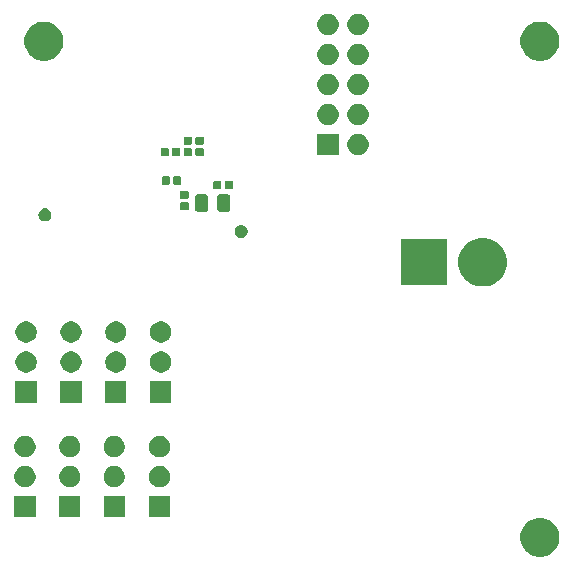
<source format=gbs>
G04 #@! TF.GenerationSoftware,KiCad,Pcbnew,5.1.6*
G04 #@! TF.CreationDate,2020-08-22T22:17:50-04:00*
G04 #@! TF.ProjectId,ball-spider,62616c6c-2d73-4706-9964-65722e6b6963,rev?*
G04 #@! TF.SameCoordinates,Original*
G04 #@! TF.FileFunction,Soldermask,Bot*
G04 #@! TF.FilePolarity,Negative*
%FSLAX46Y46*%
G04 Gerber Fmt 4.6, Leading zero omitted, Abs format (unit mm)*
G04 Created by KiCad (PCBNEW 5.1.6) date 2020-08-22 22:17:50*
%MOMM*%
%LPD*%
G01*
G04 APERTURE LIST*
%ADD10C,0.100000*%
G04 APERTURE END LIST*
D10*
G36*
X77481521Y-130412639D02*
G01*
X77781947Y-130537080D01*
X78052324Y-130717740D01*
X78282260Y-130947676D01*
X78462920Y-131218053D01*
X78587361Y-131518479D01*
X78650800Y-131837410D01*
X78650800Y-132162590D01*
X78587361Y-132481521D01*
X78462920Y-132781947D01*
X78282260Y-133052324D01*
X78052324Y-133282260D01*
X77781947Y-133462920D01*
X77481521Y-133587361D01*
X77162590Y-133650800D01*
X76837410Y-133650800D01*
X76518479Y-133587361D01*
X76218053Y-133462920D01*
X75947676Y-133282260D01*
X75717740Y-133052324D01*
X75537080Y-132781947D01*
X75412639Y-132481521D01*
X75349200Y-132162590D01*
X75349200Y-131837410D01*
X75412639Y-131518479D01*
X75537080Y-131218053D01*
X75717740Y-130947676D01*
X75947676Y-130717740D01*
X76218053Y-130537080D01*
X76518479Y-130412639D01*
X76837410Y-130349200D01*
X77162590Y-130349200D01*
X77481521Y-130412639D01*
G37*
G36*
X45700800Y-130300800D02*
G01*
X43899200Y-130300800D01*
X43899200Y-128499200D01*
X45700800Y-128499200D01*
X45700800Y-130300800D01*
G37*
G36*
X38100800Y-130300800D02*
G01*
X36299200Y-130300800D01*
X36299200Y-128499200D01*
X38100800Y-128499200D01*
X38100800Y-130300800D01*
G37*
G36*
X41860800Y-130300800D02*
G01*
X40059200Y-130300800D01*
X40059200Y-128499200D01*
X41860800Y-128499200D01*
X41860800Y-130300800D01*
G37*
G36*
X34300800Y-130300800D02*
G01*
X32499200Y-130300800D01*
X32499200Y-128499200D01*
X34300800Y-128499200D01*
X34300800Y-130300800D01*
G37*
G36*
X33662754Y-125993817D02*
G01*
X33826689Y-126061721D01*
X33974227Y-126160303D01*
X34099697Y-126285773D01*
X34198279Y-126433311D01*
X34266183Y-126597246D01*
X34300800Y-126771279D01*
X34300800Y-126948721D01*
X34266183Y-127122754D01*
X34198279Y-127286689D01*
X34099697Y-127434227D01*
X33974227Y-127559697D01*
X33826689Y-127658279D01*
X33662754Y-127726183D01*
X33488721Y-127760800D01*
X33311279Y-127760800D01*
X33137246Y-127726183D01*
X32973311Y-127658279D01*
X32825773Y-127559697D01*
X32700303Y-127434227D01*
X32601721Y-127286689D01*
X32533817Y-127122754D01*
X32499200Y-126948721D01*
X32499200Y-126771279D01*
X32533817Y-126597246D01*
X32601721Y-126433311D01*
X32700303Y-126285773D01*
X32825773Y-126160303D01*
X32973311Y-126061721D01*
X33137246Y-125993817D01*
X33311279Y-125959200D01*
X33488721Y-125959200D01*
X33662754Y-125993817D01*
G37*
G36*
X41222754Y-125993817D02*
G01*
X41386689Y-126061721D01*
X41534227Y-126160303D01*
X41659697Y-126285773D01*
X41758279Y-126433311D01*
X41826183Y-126597246D01*
X41860800Y-126771279D01*
X41860800Y-126948721D01*
X41826183Y-127122754D01*
X41758279Y-127286689D01*
X41659697Y-127434227D01*
X41534227Y-127559697D01*
X41386689Y-127658279D01*
X41222754Y-127726183D01*
X41048721Y-127760800D01*
X40871279Y-127760800D01*
X40697246Y-127726183D01*
X40533311Y-127658279D01*
X40385773Y-127559697D01*
X40260303Y-127434227D01*
X40161721Y-127286689D01*
X40093817Y-127122754D01*
X40059200Y-126948721D01*
X40059200Y-126771279D01*
X40093817Y-126597246D01*
X40161721Y-126433311D01*
X40260303Y-126285773D01*
X40385773Y-126160303D01*
X40533311Y-126061721D01*
X40697246Y-125993817D01*
X40871279Y-125959200D01*
X41048721Y-125959200D01*
X41222754Y-125993817D01*
G37*
G36*
X37462754Y-125993817D02*
G01*
X37626689Y-126061721D01*
X37774227Y-126160303D01*
X37899697Y-126285773D01*
X37998279Y-126433311D01*
X38066183Y-126597246D01*
X38100800Y-126771279D01*
X38100800Y-126948721D01*
X38066183Y-127122754D01*
X37998279Y-127286689D01*
X37899697Y-127434227D01*
X37774227Y-127559697D01*
X37626689Y-127658279D01*
X37462754Y-127726183D01*
X37288721Y-127760800D01*
X37111279Y-127760800D01*
X36937246Y-127726183D01*
X36773311Y-127658279D01*
X36625773Y-127559697D01*
X36500303Y-127434227D01*
X36401721Y-127286689D01*
X36333817Y-127122754D01*
X36299200Y-126948721D01*
X36299200Y-126771279D01*
X36333817Y-126597246D01*
X36401721Y-126433311D01*
X36500303Y-126285773D01*
X36625773Y-126160303D01*
X36773311Y-126061721D01*
X36937246Y-125993817D01*
X37111279Y-125959200D01*
X37288721Y-125959200D01*
X37462754Y-125993817D01*
G37*
G36*
X45062754Y-125993817D02*
G01*
X45226689Y-126061721D01*
X45374227Y-126160303D01*
X45499697Y-126285773D01*
X45598279Y-126433311D01*
X45666183Y-126597246D01*
X45700800Y-126771279D01*
X45700800Y-126948721D01*
X45666183Y-127122754D01*
X45598279Y-127286689D01*
X45499697Y-127434227D01*
X45374227Y-127559697D01*
X45226689Y-127658279D01*
X45062754Y-127726183D01*
X44888721Y-127760800D01*
X44711279Y-127760800D01*
X44537246Y-127726183D01*
X44373311Y-127658279D01*
X44225773Y-127559697D01*
X44100303Y-127434227D01*
X44001721Y-127286689D01*
X43933817Y-127122754D01*
X43899200Y-126948721D01*
X43899200Y-126771279D01*
X43933817Y-126597246D01*
X44001721Y-126433311D01*
X44100303Y-126285773D01*
X44225773Y-126160303D01*
X44373311Y-126061721D01*
X44537246Y-125993817D01*
X44711279Y-125959200D01*
X44888721Y-125959200D01*
X45062754Y-125993817D01*
G37*
G36*
X45062754Y-123453817D02*
G01*
X45226689Y-123521721D01*
X45374227Y-123620303D01*
X45499697Y-123745773D01*
X45598279Y-123893311D01*
X45666183Y-124057246D01*
X45700800Y-124231279D01*
X45700800Y-124408721D01*
X45666183Y-124582754D01*
X45598279Y-124746689D01*
X45499697Y-124894227D01*
X45374227Y-125019697D01*
X45226689Y-125118279D01*
X45062754Y-125186183D01*
X44888721Y-125220800D01*
X44711279Y-125220800D01*
X44537246Y-125186183D01*
X44373311Y-125118279D01*
X44225773Y-125019697D01*
X44100303Y-124894227D01*
X44001721Y-124746689D01*
X43933817Y-124582754D01*
X43899200Y-124408721D01*
X43899200Y-124231279D01*
X43933817Y-124057246D01*
X44001721Y-123893311D01*
X44100303Y-123745773D01*
X44225773Y-123620303D01*
X44373311Y-123521721D01*
X44537246Y-123453817D01*
X44711279Y-123419200D01*
X44888721Y-123419200D01*
X45062754Y-123453817D01*
G37*
G36*
X37462754Y-123453817D02*
G01*
X37626689Y-123521721D01*
X37774227Y-123620303D01*
X37899697Y-123745773D01*
X37998279Y-123893311D01*
X38066183Y-124057246D01*
X38100800Y-124231279D01*
X38100800Y-124408721D01*
X38066183Y-124582754D01*
X37998279Y-124746689D01*
X37899697Y-124894227D01*
X37774227Y-125019697D01*
X37626689Y-125118279D01*
X37462754Y-125186183D01*
X37288721Y-125220800D01*
X37111279Y-125220800D01*
X36937246Y-125186183D01*
X36773311Y-125118279D01*
X36625773Y-125019697D01*
X36500303Y-124894227D01*
X36401721Y-124746689D01*
X36333817Y-124582754D01*
X36299200Y-124408721D01*
X36299200Y-124231279D01*
X36333817Y-124057246D01*
X36401721Y-123893311D01*
X36500303Y-123745773D01*
X36625773Y-123620303D01*
X36773311Y-123521721D01*
X36937246Y-123453817D01*
X37111279Y-123419200D01*
X37288721Y-123419200D01*
X37462754Y-123453817D01*
G37*
G36*
X41222754Y-123453817D02*
G01*
X41386689Y-123521721D01*
X41534227Y-123620303D01*
X41659697Y-123745773D01*
X41758279Y-123893311D01*
X41826183Y-124057246D01*
X41860800Y-124231279D01*
X41860800Y-124408721D01*
X41826183Y-124582754D01*
X41758279Y-124746689D01*
X41659697Y-124894227D01*
X41534227Y-125019697D01*
X41386689Y-125118279D01*
X41222754Y-125186183D01*
X41048721Y-125220800D01*
X40871279Y-125220800D01*
X40697246Y-125186183D01*
X40533311Y-125118279D01*
X40385773Y-125019697D01*
X40260303Y-124894227D01*
X40161721Y-124746689D01*
X40093817Y-124582754D01*
X40059200Y-124408721D01*
X40059200Y-124231279D01*
X40093817Y-124057246D01*
X40161721Y-123893311D01*
X40260303Y-123745773D01*
X40385773Y-123620303D01*
X40533311Y-123521721D01*
X40697246Y-123453817D01*
X40871279Y-123419200D01*
X41048721Y-123419200D01*
X41222754Y-123453817D01*
G37*
G36*
X33662754Y-123453817D02*
G01*
X33826689Y-123521721D01*
X33974227Y-123620303D01*
X34099697Y-123745773D01*
X34198279Y-123893311D01*
X34266183Y-124057246D01*
X34300800Y-124231279D01*
X34300800Y-124408721D01*
X34266183Y-124582754D01*
X34198279Y-124746689D01*
X34099697Y-124894227D01*
X33974227Y-125019697D01*
X33826689Y-125118279D01*
X33662754Y-125186183D01*
X33488721Y-125220800D01*
X33311279Y-125220800D01*
X33137246Y-125186183D01*
X32973311Y-125118279D01*
X32825773Y-125019697D01*
X32700303Y-124894227D01*
X32601721Y-124746689D01*
X32533817Y-124582754D01*
X32499200Y-124408721D01*
X32499200Y-124231279D01*
X32533817Y-124057246D01*
X32601721Y-123893311D01*
X32700303Y-123745773D01*
X32825773Y-123620303D01*
X32973311Y-123521721D01*
X33137246Y-123453817D01*
X33311279Y-123419200D01*
X33488721Y-123419200D01*
X33662754Y-123453817D01*
G37*
G36*
X45800800Y-120600800D02*
G01*
X43999200Y-120600800D01*
X43999200Y-118799200D01*
X45800800Y-118799200D01*
X45800800Y-120600800D01*
G37*
G36*
X34400800Y-120600800D02*
G01*
X32599200Y-120600800D01*
X32599200Y-118799200D01*
X34400800Y-118799200D01*
X34400800Y-120600800D01*
G37*
G36*
X38200800Y-120600800D02*
G01*
X36399200Y-120600800D01*
X36399200Y-118799200D01*
X38200800Y-118799200D01*
X38200800Y-120600800D01*
G37*
G36*
X42000800Y-120600800D02*
G01*
X40199200Y-120600800D01*
X40199200Y-118799200D01*
X42000800Y-118799200D01*
X42000800Y-120600800D01*
G37*
G36*
X45162754Y-116293817D02*
G01*
X45326689Y-116361721D01*
X45474227Y-116460303D01*
X45599697Y-116585773D01*
X45698279Y-116733311D01*
X45766183Y-116897246D01*
X45800800Y-117071279D01*
X45800800Y-117248721D01*
X45766183Y-117422754D01*
X45698279Y-117586689D01*
X45599697Y-117734227D01*
X45474227Y-117859697D01*
X45326689Y-117958279D01*
X45162754Y-118026183D01*
X44988721Y-118060800D01*
X44811279Y-118060800D01*
X44637246Y-118026183D01*
X44473311Y-117958279D01*
X44325773Y-117859697D01*
X44200303Y-117734227D01*
X44101721Y-117586689D01*
X44033817Y-117422754D01*
X43999200Y-117248721D01*
X43999200Y-117071279D01*
X44033817Y-116897246D01*
X44101721Y-116733311D01*
X44200303Y-116585773D01*
X44325773Y-116460303D01*
X44473311Y-116361721D01*
X44637246Y-116293817D01*
X44811279Y-116259200D01*
X44988721Y-116259200D01*
X45162754Y-116293817D01*
G37*
G36*
X41362754Y-116293817D02*
G01*
X41526689Y-116361721D01*
X41674227Y-116460303D01*
X41799697Y-116585773D01*
X41898279Y-116733311D01*
X41966183Y-116897246D01*
X42000800Y-117071279D01*
X42000800Y-117248721D01*
X41966183Y-117422754D01*
X41898279Y-117586689D01*
X41799697Y-117734227D01*
X41674227Y-117859697D01*
X41526689Y-117958279D01*
X41362754Y-118026183D01*
X41188721Y-118060800D01*
X41011279Y-118060800D01*
X40837246Y-118026183D01*
X40673311Y-117958279D01*
X40525773Y-117859697D01*
X40400303Y-117734227D01*
X40301721Y-117586689D01*
X40233817Y-117422754D01*
X40199200Y-117248721D01*
X40199200Y-117071279D01*
X40233817Y-116897246D01*
X40301721Y-116733311D01*
X40400303Y-116585773D01*
X40525773Y-116460303D01*
X40673311Y-116361721D01*
X40837246Y-116293817D01*
X41011279Y-116259200D01*
X41188721Y-116259200D01*
X41362754Y-116293817D01*
G37*
G36*
X37562754Y-116293817D02*
G01*
X37726689Y-116361721D01*
X37874227Y-116460303D01*
X37999697Y-116585773D01*
X38098279Y-116733311D01*
X38166183Y-116897246D01*
X38200800Y-117071279D01*
X38200800Y-117248721D01*
X38166183Y-117422754D01*
X38098279Y-117586689D01*
X37999697Y-117734227D01*
X37874227Y-117859697D01*
X37726689Y-117958279D01*
X37562754Y-118026183D01*
X37388721Y-118060800D01*
X37211279Y-118060800D01*
X37037246Y-118026183D01*
X36873311Y-117958279D01*
X36725773Y-117859697D01*
X36600303Y-117734227D01*
X36501721Y-117586689D01*
X36433817Y-117422754D01*
X36399200Y-117248721D01*
X36399200Y-117071279D01*
X36433817Y-116897246D01*
X36501721Y-116733311D01*
X36600303Y-116585773D01*
X36725773Y-116460303D01*
X36873311Y-116361721D01*
X37037246Y-116293817D01*
X37211279Y-116259200D01*
X37388721Y-116259200D01*
X37562754Y-116293817D01*
G37*
G36*
X33762754Y-116293817D02*
G01*
X33926689Y-116361721D01*
X34074227Y-116460303D01*
X34199697Y-116585773D01*
X34298279Y-116733311D01*
X34366183Y-116897246D01*
X34400800Y-117071279D01*
X34400800Y-117248721D01*
X34366183Y-117422754D01*
X34298279Y-117586689D01*
X34199697Y-117734227D01*
X34074227Y-117859697D01*
X33926689Y-117958279D01*
X33762754Y-118026183D01*
X33588721Y-118060800D01*
X33411279Y-118060800D01*
X33237246Y-118026183D01*
X33073311Y-117958279D01*
X32925773Y-117859697D01*
X32800303Y-117734227D01*
X32701721Y-117586689D01*
X32633817Y-117422754D01*
X32599200Y-117248721D01*
X32599200Y-117071279D01*
X32633817Y-116897246D01*
X32701721Y-116733311D01*
X32800303Y-116585773D01*
X32925773Y-116460303D01*
X33073311Y-116361721D01*
X33237246Y-116293817D01*
X33411279Y-116259200D01*
X33588721Y-116259200D01*
X33762754Y-116293817D01*
G37*
G36*
X45162754Y-113753817D02*
G01*
X45326689Y-113821721D01*
X45474227Y-113920303D01*
X45599697Y-114045773D01*
X45698279Y-114193311D01*
X45766183Y-114357246D01*
X45800800Y-114531279D01*
X45800800Y-114708721D01*
X45766183Y-114882754D01*
X45698279Y-115046689D01*
X45599697Y-115194227D01*
X45474227Y-115319697D01*
X45326689Y-115418279D01*
X45162754Y-115486183D01*
X44988721Y-115520800D01*
X44811279Y-115520800D01*
X44637246Y-115486183D01*
X44473311Y-115418279D01*
X44325773Y-115319697D01*
X44200303Y-115194227D01*
X44101721Y-115046689D01*
X44033817Y-114882754D01*
X43999200Y-114708721D01*
X43999200Y-114531279D01*
X44033817Y-114357246D01*
X44101721Y-114193311D01*
X44200303Y-114045773D01*
X44325773Y-113920303D01*
X44473311Y-113821721D01*
X44637246Y-113753817D01*
X44811279Y-113719200D01*
X44988721Y-113719200D01*
X45162754Y-113753817D01*
G37*
G36*
X41362754Y-113753817D02*
G01*
X41526689Y-113821721D01*
X41674227Y-113920303D01*
X41799697Y-114045773D01*
X41898279Y-114193311D01*
X41966183Y-114357246D01*
X42000800Y-114531279D01*
X42000800Y-114708721D01*
X41966183Y-114882754D01*
X41898279Y-115046689D01*
X41799697Y-115194227D01*
X41674227Y-115319697D01*
X41526689Y-115418279D01*
X41362754Y-115486183D01*
X41188721Y-115520800D01*
X41011279Y-115520800D01*
X40837246Y-115486183D01*
X40673311Y-115418279D01*
X40525773Y-115319697D01*
X40400303Y-115194227D01*
X40301721Y-115046689D01*
X40233817Y-114882754D01*
X40199200Y-114708721D01*
X40199200Y-114531279D01*
X40233817Y-114357246D01*
X40301721Y-114193311D01*
X40400303Y-114045773D01*
X40525773Y-113920303D01*
X40673311Y-113821721D01*
X40837246Y-113753817D01*
X41011279Y-113719200D01*
X41188721Y-113719200D01*
X41362754Y-113753817D01*
G37*
G36*
X33762754Y-113753817D02*
G01*
X33926689Y-113821721D01*
X34074227Y-113920303D01*
X34199697Y-114045773D01*
X34298279Y-114193311D01*
X34366183Y-114357246D01*
X34400800Y-114531279D01*
X34400800Y-114708721D01*
X34366183Y-114882754D01*
X34298279Y-115046689D01*
X34199697Y-115194227D01*
X34074227Y-115319697D01*
X33926689Y-115418279D01*
X33762754Y-115486183D01*
X33588721Y-115520800D01*
X33411279Y-115520800D01*
X33237246Y-115486183D01*
X33073311Y-115418279D01*
X32925773Y-115319697D01*
X32800303Y-115194227D01*
X32701721Y-115046689D01*
X32633817Y-114882754D01*
X32599200Y-114708721D01*
X32599200Y-114531279D01*
X32633817Y-114357246D01*
X32701721Y-114193311D01*
X32800303Y-114045773D01*
X32925773Y-113920303D01*
X33073311Y-113821721D01*
X33237246Y-113753817D01*
X33411279Y-113719200D01*
X33588721Y-113719200D01*
X33762754Y-113753817D01*
G37*
G36*
X37562754Y-113753817D02*
G01*
X37726689Y-113821721D01*
X37874227Y-113920303D01*
X37999697Y-114045773D01*
X38098279Y-114193311D01*
X38166183Y-114357246D01*
X38200800Y-114531279D01*
X38200800Y-114708721D01*
X38166183Y-114882754D01*
X38098279Y-115046689D01*
X37999697Y-115194227D01*
X37874227Y-115319697D01*
X37726689Y-115418279D01*
X37562754Y-115486183D01*
X37388721Y-115520800D01*
X37211279Y-115520800D01*
X37037246Y-115486183D01*
X36873311Y-115418279D01*
X36725773Y-115319697D01*
X36600303Y-115194227D01*
X36501721Y-115046689D01*
X36433817Y-114882754D01*
X36399200Y-114708721D01*
X36399200Y-114531279D01*
X36433817Y-114357246D01*
X36501721Y-114193311D01*
X36600303Y-114045773D01*
X36725773Y-113920303D01*
X36873311Y-113821721D01*
X37037246Y-113753817D01*
X37211279Y-113719200D01*
X37388721Y-113719200D01*
X37562754Y-113753817D01*
G37*
G36*
X72758197Y-106738011D02*
G01*
X73131419Y-106892604D01*
X73467310Y-107117040D01*
X73752960Y-107402690D01*
X73977396Y-107738581D01*
X74131989Y-108111803D01*
X74210800Y-108508014D01*
X74210800Y-108911986D01*
X74131989Y-109308197D01*
X73977396Y-109681419D01*
X73752960Y-110017310D01*
X73467310Y-110302960D01*
X73131419Y-110527396D01*
X72758197Y-110681989D01*
X72361986Y-110760800D01*
X71958014Y-110760800D01*
X71561803Y-110681989D01*
X71188581Y-110527396D01*
X70852690Y-110302960D01*
X70567040Y-110017310D01*
X70342604Y-109681419D01*
X70188011Y-109308197D01*
X70109200Y-108911986D01*
X70109200Y-108508014D01*
X70188011Y-108111803D01*
X70342604Y-107738581D01*
X70567040Y-107402690D01*
X70852690Y-107117040D01*
X71188581Y-106892604D01*
X71561803Y-106738011D01*
X71958014Y-106659200D01*
X72361986Y-106659200D01*
X72758197Y-106738011D01*
G37*
G36*
X69110800Y-110660800D02*
G01*
X65209200Y-110660800D01*
X65209200Y-106759200D01*
X69110800Y-106759200D01*
X69110800Y-110660800D01*
G37*
G36*
X51860663Y-105570367D02*
G01*
X51960902Y-105611887D01*
X52051116Y-105672166D01*
X52127834Y-105748884D01*
X52188113Y-105839098D01*
X52229633Y-105939337D01*
X52250800Y-106045751D01*
X52250800Y-106154249D01*
X52229633Y-106260663D01*
X52188113Y-106360902D01*
X52127834Y-106451116D01*
X52051116Y-106527834D01*
X51960902Y-106588113D01*
X51860663Y-106629633D01*
X51754249Y-106650800D01*
X51645751Y-106650800D01*
X51539337Y-106629633D01*
X51439098Y-106588113D01*
X51348884Y-106527834D01*
X51272166Y-106451116D01*
X51211887Y-106360902D01*
X51170367Y-106260663D01*
X51149200Y-106154249D01*
X51149200Y-106045751D01*
X51170367Y-105939337D01*
X51211887Y-105839098D01*
X51272166Y-105748884D01*
X51348884Y-105672166D01*
X51439098Y-105611887D01*
X51539337Y-105570367D01*
X51645751Y-105549200D01*
X51754249Y-105549200D01*
X51860663Y-105570367D01*
G37*
G36*
X35260663Y-104160367D02*
G01*
X35360902Y-104201887D01*
X35451116Y-104262166D01*
X35527834Y-104338884D01*
X35588113Y-104429098D01*
X35629633Y-104529337D01*
X35650800Y-104635751D01*
X35650800Y-104744249D01*
X35629633Y-104850663D01*
X35588113Y-104950902D01*
X35527834Y-105041116D01*
X35451116Y-105117834D01*
X35360902Y-105178113D01*
X35260663Y-105219633D01*
X35154249Y-105240800D01*
X35045751Y-105240800D01*
X34939337Y-105219633D01*
X34839098Y-105178113D01*
X34748884Y-105117834D01*
X34672166Y-105041116D01*
X34611887Y-104950902D01*
X34570367Y-104850663D01*
X34549200Y-104744249D01*
X34549200Y-104635751D01*
X34570367Y-104529337D01*
X34611887Y-104429098D01*
X34672166Y-104338884D01*
X34748884Y-104262166D01*
X34839098Y-104201887D01*
X34939337Y-104160367D01*
X35045751Y-104139200D01*
X35154249Y-104139200D01*
X35260663Y-104160367D01*
G37*
G36*
X50579552Y-102954124D02*
G01*
X50625237Y-102967982D01*
X50667333Y-102990483D01*
X50704234Y-103020766D01*
X50734517Y-103057667D01*
X50757018Y-103099763D01*
X50770876Y-103145448D01*
X50775800Y-103195442D01*
X50775800Y-104204558D01*
X50770876Y-104254552D01*
X50757018Y-104300237D01*
X50734517Y-104342333D01*
X50704234Y-104379234D01*
X50667333Y-104409517D01*
X50625237Y-104432018D01*
X50579552Y-104445876D01*
X50529558Y-104450800D01*
X49945442Y-104450800D01*
X49895448Y-104445876D01*
X49849763Y-104432018D01*
X49807667Y-104409517D01*
X49770766Y-104379234D01*
X49740483Y-104342333D01*
X49717982Y-104300237D01*
X49704124Y-104254552D01*
X49699200Y-104204558D01*
X49699200Y-103195442D01*
X49704124Y-103145448D01*
X49717982Y-103099763D01*
X49740483Y-103057667D01*
X49770766Y-103020766D01*
X49807667Y-102990483D01*
X49849763Y-102967982D01*
X49895448Y-102954124D01*
X49945442Y-102949200D01*
X50529558Y-102949200D01*
X50579552Y-102954124D01*
G37*
G36*
X48704552Y-102954124D02*
G01*
X48750237Y-102967982D01*
X48792333Y-102990483D01*
X48829234Y-103020766D01*
X48859517Y-103057667D01*
X48882018Y-103099763D01*
X48895876Y-103145448D01*
X48900800Y-103195442D01*
X48900800Y-104204558D01*
X48895876Y-104254552D01*
X48882018Y-104300237D01*
X48859517Y-104342333D01*
X48829234Y-104379234D01*
X48792333Y-104409517D01*
X48750237Y-104432018D01*
X48704552Y-104445876D01*
X48654558Y-104450800D01*
X48070442Y-104450800D01*
X48020448Y-104445876D01*
X47974763Y-104432018D01*
X47932667Y-104409517D01*
X47895766Y-104379234D01*
X47865483Y-104342333D01*
X47842982Y-104300237D01*
X47829124Y-104254552D01*
X47824200Y-104204558D01*
X47824200Y-103195442D01*
X47829124Y-103145448D01*
X47842982Y-103099763D01*
X47865483Y-103057667D01*
X47895766Y-103020766D01*
X47932667Y-102990483D01*
X47974763Y-102967982D01*
X48020448Y-102954124D01*
X48070442Y-102949200D01*
X48654558Y-102949200D01*
X48704552Y-102954124D01*
G37*
G36*
X47152027Y-103642275D02*
G01*
X47179650Y-103650654D01*
X47205113Y-103664264D01*
X47227425Y-103682575D01*
X47245736Y-103704887D01*
X47259346Y-103730350D01*
X47267725Y-103757973D01*
X47270800Y-103789191D01*
X47270800Y-104180809D01*
X47267725Y-104212027D01*
X47259346Y-104239650D01*
X47245736Y-104265113D01*
X47227425Y-104287425D01*
X47205113Y-104305736D01*
X47179650Y-104319346D01*
X47152027Y-104327725D01*
X47120809Y-104330800D01*
X46679191Y-104330800D01*
X46647973Y-104327725D01*
X46620350Y-104319346D01*
X46594887Y-104305736D01*
X46572575Y-104287425D01*
X46554264Y-104265113D01*
X46540654Y-104239650D01*
X46532275Y-104212027D01*
X46529200Y-104180809D01*
X46529200Y-103789191D01*
X46532275Y-103757973D01*
X46540654Y-103730350D01*
X46554264Y-103704887D01*
X46572575Y-103682575D01*
X46594887Y-103664264D01*
X46620350Y-103650654D01*
X46647973Y-103642275D01*
X46679191Y-103639200D01*
X47120809Y-103639200D01*
X47152027Y-103642275D01*
G37*
G36*
X47152027Y-102672275D02*
G01*
X47179650Y-102680654D01*
X47205113Y-102694264D01*
X47227425Y-102712575D01*
X47245736Y-102734887D01*
X47259346Y-102760350D01*
X47267725Y-102787973D01*
X47270800Y-102819191D01*
X47270800Y-103210809D01*
X47267725Y-103242027D01*
X47259346Y-103269650D01*
X47245736Y-103295113D01*
X47227425Y-103317425D01*
X47205113Y-103335736D01*
X47179650Y-103349346D01*
X47152027Y-103357725D01*
X47120809Y-103360800D01*
X46679191Y-103360800D01*
X46647973Y-103357725D01*
X46620350Y-103349346D01*
X46594887Y-103335736D01*
X46572575Y-103317425D01*
X46554264Y-103295113D01*
X46540654Y-103269650D01*
X46532275Y-103242027D01*
X46529200Y-103210809D01*
X46529200Y-102819191D01*
X46532275Y-102787973D01*
X46540654Y-102760350D01*
X46554264Y-102734887D01*
X46572575Y-102712575D01*
X46594887Y-102694264D01*
X46620350Y-102680654D01*
X46647973Y-102672275D01*
X46679191Y-102669200D01*
X47120809Y-102669200D01*
X47152027Y-102672275D01*
G37*
G36*
X49922027Y-101802275D02*
G01*
X49949650Y-101810654D01*
X49975113Y-101824264D01*
X49997425Y-101842575D01*
X50015736Y-101864887D01*
X50029346Y-101890350D01*
X50037725Y-101917973D01*
X50040800Y-101949191D01*
X50040800Y-102390809D01*
X50037725Y-102422027D01*
X50029346Y-102449650D01*
X50015736Y-102475113D01*
X49997425Y-102497425D01*
X49975113Y-102515736D01*
X49949650Y-102529346D01*
X49922027Y-102537725D01*
X49890809Y-102540800D01*
X49499191Y-102540800D01*
X49467973Y-102537725D01*
X49440350Y-102529346D01*
X49414887Y-102515736D01*
X49392575Y-102497425D01*
X49374264Y-102475113D01*
X49360654Y-102449650D01*
X49352275Y-102422027D01*
X49349200Y-102390809D01*
X49349200Y-101949191D01*
X49352275Y-101917973D01*
X49360654Y-101890350D01*
X49374264Y-101864887D01*
X49392575Y-101842575D01*
X49414887Y-101824264D01*
X49440350Y-101810654D01*
X49467973Y-101802275D01*
X49499191Y-101799200D01*
X49890809Y-101799200D01*
X49922027Y-101802275D01*
G37*
G36*
X50892027Y-101802275D02*
G01*
X50919650Y-101810654D01*
X50945113Y-101824264D01*
X50967425Y-101842575D01*
X50985736Y-101864887D01*
X50999346Y-101890350D01*
X51007725Y-101917973D01*
X51010800Y-101949191D01*
X51010800Y-102390809D01*
X51007725Y-102422027D01*
X50999346Y-102449650D01*
X50985736Y-102475113D01*
X50967425Y-102497425D01*
X50945113Y-102515736D01*
X50919650Y-102529346D01*
X50892027Y-102537725D01*
X50860809Y-102540800D01*
X50469191Y-102540800D01*
X50437973Y-102537725D01*
X50410350Y-102529346D01*
X50384887Y-102515736D01*
X50362575Y-102497425D01*
X50344264Y-102475113D01*
X50330654Y-102449650D01*
X50322275Y-102422027D01*
X50319200Y-102390809D01*
X50319200Y-101949191D01*
X50322275Y-101917973D01*
X50330654Y-101890350D01*
X50344264Y-101864887D01*
X50362575Y-101842575D01*
X50384887Y-101824264D01*
X50410350Y-101810654D01*
X50437973Y-101802275D01*
X50469191Y-101799200D01*
X50860809Y-101799200D01*
X50892027Y-101802275D01*
G37*
G36*
X45542027Y-101432275D02*
G01*
X45569650Y-101440654D01*
X45595113Y-101454264D01*
X45617425Y-101472575D01*
X45635736Y-101494887D01*
X45649346Y-101520350D01*
X45657725Y-101547973D01*
X45660800Y-101579191D01*
X45660800Y-102020809D01*
X45657725Y-102052027D01*
X45649346Y-102079650D01*
X45635736Y-102105113D01*
X45617425Y-102127425D01*
X45595113Y-102145736D01*
X45569650Y-102159346D01*
X45542027Y-102167725D01*
X45510809Y-102170800D01*
X45119191Y-102170800D01*
X45087973Y-102167725D01*
X45060350Y-102159346D01*
X45034887Y-102145736D01*
X45012575Y-102127425D01*
X44994264Y-102105113D01*
X44980654Y-102079650D01*
X44972275Y-102052027D01*
X44969200Y-102020809D01*
X44969200Y-101579191D01*
X44972275Y-101547973D01*
X44980654Y-101520350D01*
X44994264Y-101494887D01*
X45012575Y-101472575D01*
X45034887Y-101454264D01*
X45060350Y-101440654D01*
X45087973Y-101432275D01*
X45119191Y-101429200D01*
X45510809Y-101429200D01*
X45542027Y-101432275D01*
G37*
G36*
X46512027Y-101432275D02*
G01*
X46539650Y-101440654D01*
X46565113Y-101454264D01*
X46587425Y-101472575D01*
X46605736Y-101494887D01*
X46619346Y-101520350D01*
X46627725Y-101547973D01*
X46630800Y-101579191D01*
X46630800Y-102020809D01*
X46627725Y-102052027D01*
X46619346Y-102079650D01*
X46605736Y-102105113D01*
X46587425Y-102127425D01*
X46565113Y-102145736D01*
X46539650Y-102159346D01*
X46512027Y-102167725D01*
X46480809Y-102170800D01*
X46089191Y-102170800D01*
X46057973Y-102167725D01*
X46030350Y-102159346D01*
X46004887Y-102145736D01*
X45982575Y-102127425D01*
X45964264Y-102105113D01*
X45950654Y-102079650D01*
X45942275Y-102052027D01*
X45939200Y-102020809D01*
X45939200Y-101579191D01*
X45942275Y-101547973D01*
X45950654Y-101520350D01*
X45964264Y-101494887D01*
X45982575Y-101472575D01*
X46004887Y-101454264D01*
X46030350Y-101440654D01*
X46057973Y-101432275D01*
X46089191Y-101429200D01*
X46480809Y-101429200D01*
X46512027Y-101432275D01*
G37*
G36*
X45462027Y-99002275D02*
G01*
X45489650Y-99010654D01*
X45515113Y-99024264D01*
X45537425Y-99042575D01*
X45555736Y-99064887D01*
X45569346Y-99090350D01*
X45577725Y-99117973D01*
X45580800Y-99149191D01*
X45580800Y-99590809D01*
X45577725Y-99622027D01*
X45569346Y-99649650D01*
X45555736Y-99675113D01*
X45537425Y-99697425D01*
X45515113Y-99715736D01*
X45489650Y-99729346D01*
X45462027Y-99737725D01*
X45430809Y-99740800D01*
X45039191Y-99740800D01*
X45007973Y-99737725D01*
X44980350Y-99729346D01*
X44954887Y-99715736D01*
X44932575Y-99697425D01*
X44914264Y-99675113D01*
X44900654Y-99649650D01*
X44892275Y-99622027D01*
X44889200Y-99590809D01*
X44889200Y-99149191D01*
X44892275Y-99117973D01*
X44900654Y-99090350D01*
X44914264Y-99064887D01*
X44932575Y-99042575D01*
X44954887Y-99024264D01*
X44980350Y-99010654D01*
X45007973Y-99002275D01*
X45039191Y-98999200D01*
X45430809Y-98999200D01*
X45462027Y-99002275D01*
G37*
G36*
X46432027Y-99002275D02*
G01*
X46459650Y-99010654D01*
X46485113Y-99024264D01*
X46507425Y-99042575D01*
X46525736Y-99064887D01*
X46539346Y-99090350D01*
X46547725Y-99117973D01*
X46550800Y-99149191D01*
X46550800Y-99590809D01*
X46547725Y-99622027D01*
X46539346Y-99649650D01*
X46525736Y-99675113D01*
X46507425Y-99697425D01*
X46485113Y-99715736D01*
X46459650Y-99729346D01*
X46432027Y-99737725D01*
X46400809Y-99740800D01*
X46009191Y-99740800D01*
X45977973Y-99737725D01*
X45950350Y-99729346D01*
X45924887Y-99715736D01*
X45902575Y-99697425D01*
X45884264Y-99675113D01*
X45870654Y-99649650D01*
X45862275Y-99622027D01*
X45859200Y-99590809D01*
X45859200Y-99149191D01*
X45862275Y-99117973D01*
X45870654Y-99090350D01*
X45884264Y-99064887D01*
X45902575Y-99042575D01*
X45924887Y-99024264D01*
X45950350Y-99010654D01*
X45977973Y-99002275D01*
X46009191Y-98999200D01*
X46400809Y-98999200D01*
X46432027Y-99002275D01*
G37*
G36*
X48452027Y-99042275D02*
G01*
X48479650Y-99050654D01*
X48505113Y-99064264D01*
X48527425Y-99082575D01*
X48545736Y-99104887D01*
X48559346Y-99130350D01*
X48567725Y-99157973D01*
X48570800Y-99189191D01*
X48570800Y-99580809D01*
X48567725Y-99612027D01*
X48559346Y-99639650D01*
X48545736Y-99665113D01*
X48527425Y-99687425D01*
X48505113Y-99705736D01*
X48479650Y-99719346D01*
X48452027Y-99727725D01*
X48420809Y-99730800D01*
X47979191Y-99730800D01*
X47947973Y-99727725D01*
X47920350Y-99719346D01*
X47894887Y-99705736D01*
X47872575Y-99687425D01*
X47854264Y-99665113D01*
X47840654Y-99639650D01*
X47832275Y-99612027D01*
X47829200Y-99580809D01*
X47829200Y-99189191D01*
X47832275Y-99157973D01*
X47840654Y-99130350D01*
X47854264Y-99104887D01*
X47872575Y-99082575D01*
X47894887Y-99064264D01*
X47920350Y-99050654D01*
X47947973Y-99042275D01*
X47979191Y-99039200D01*
X48420809Y-99039200D01*
X48452027Y-99042275D01*
G37*
G36*
X47452027Y-99042275D02*
G01*
X47479650Y-99050654D01*
X47505113Y-99064264D01*
X47527425Y-99082575D01*
X47545736Y-99104887D01*
X47559346Y-99130350D01*
X47567725Y-99157973D01*
X47570800Y-99189191D01*
X47570800Y-99580809D01*
X47567725Y-99612027D01*
X47559346Y-99639650D01*
X47545736Y-99665113D01*
X47527425Y-99687425D01*
X47505113Y-99705736D01*
X47479650Y-99719346D01*
X47452027Y-99727725D01*
X47420809Y-99730800D01*
X46979191Y-99730800D01*
X46947973Y-99727725D01*
X46920350Y-99719346D01*
X46894887Y-99705736D01*
X46872575Y-99687425D01*
X46854264Y-99665113D01*
X46840654Y-99639650D01*
X46832275Y-99612027D01*
X46829200Y-99580809D01*
X46829200Y-99189191D01*
X46832275Y-99157973D01*
X46840654Y-99130350D01*
X46854264Y-99104887D01*
X46872575Y-99082575D01*
X46894887Y-99064264D01*
X46920350Y-99050654D01*
X46947973Y-99042275D01*
X46979191Y-99039200D01*
X47420809Y-99039200D01*
X47452027Y-99042275D01*
G37*
G36*
X61862754Y-97873817D02*
G01*
X62026689Y-97941721D01*
X62174227Y-98040303D01*
X62299697Y-98165773D01*
X62398279Y-98313311D01*
X62466183Y-98477246D01*
X62500800Y-98651279D01*
X62500800Y-98828721D01*
X62466183Y-99002754D01*
X62398279Y-99166689D01*
X62299697Y-99314227D01*
X62174227Y-99439697D01*
X62026689Y-99538279D01*
X61862754Y-99606183D01*
X61688721Y-99640800D01*
X61511279Y-99640800D01*
X61337246Y-99606183D01*
X61173311Y-99538279D01*
X61025773Y-99439697D01*
X60900303Y-99314227D01*
X60801721Y-99166689D01*
X60733817Y-99002754D01*
X60699200Y-98828721D01*
X60699200Y-98651279D01*
X60733817Y-98477246D01*
X60801721Y-98313311D01*
X60900303Y-98165773D01*
X61025773Y-98040303D01*
X61173311Y-97941721D01*
X61337246Y-97873817D01*
X61511279Y-97839200D01*
X61688721Y-97839200D01*
X61862754Y-97873817D01*
G37*
G36*
X59960800Y-99640800D02*
G01*
X58159200Y-99640800D01*
X58159200Y-97839200D01*
X59960800Y-97839200D01*
X59960800Y-99640800D01*
G37*
G36*
X47452027Y-98072275D02*
G01*
X47479650Y-98080654D01*
X47505113Y-98094264D01*
X47527425Y-98112575D01*
X47545736Y-98134887D01*
X47559346Y-98160350D01*
X47567725Y-98187973D01*
X47570800Y-98219191D01*
X47570800Y-98610809D01*
X47567725Y-98642027D01*
X47559346Y-98669650D01*
X47545736Y-98695113D01*
X47527425Y-98717425D01*
X47505113Y-98735736D01*
X47479650Y-98749346D01*
X47452027Y-98757725D01*
X47420809Y-98760800D01*
X46979191Y-98760800D01*
X46947973Y-98757725D01*
X46920350Y-98749346D01*
X46894887Y-98735736D01*
X46872575Y-98717425D01*
X46854264Y-98695113D01*
X46840654Y-98669650D01*
X46832275Y-98642027D01*
X46829200Y-98610809D01*
X46829200Y-98219191D01*
X46832275Y-98187973D01*
X46840654Y-98160350D01*
X46854264Y-98134887D01*
X46872575Y-98112575D01*
X46894887Y-98094264D01*
X46920350Y-98080654D01*
X46947973Y-98072275D01*
X46979191Y-98069200D01*
X47420809Y-98069200D01*
X47452027Y-98072275D01*
G37*
G36*
X48452027Y-98072275D02*
G01*
X48479650Y-98080654D01*
X48505113Y-98094264D01*
X48527425Y-98112575D01*
X48545736Y-98134887D01*
X48559346Y-98160350D01*
X48567725Y-98187973D01*
X48570800Y-98219191D01*
X48570800Y-98610809D01*
X48567725Y-98642027D01*
X48559346Y-98669650D01*
X48545736Y-98695113D01*
X48527425Y-98717425D01*
X48505113Y-98735736D01*
X48479650Y-98749346D01*
X48452027Y-98757725D01*
X48420809Y-98760800D01*
X47979191Y-98760800D01*
X47947973Y-98757725D01*
X47920350Y-98749346D01*
X47894887Y-98735736D01*
X47872575Y-98717425D01*
X47854264Y-98695113D01*
X47840654Y-98669650D01*
X47832275Y-98642027D01*
X47829200Y-98610809D01*
X47829200Y-98219191D01*
X47832275Y-98187973D01*
X47840654Y-98160350D01*
X47854264Y-98134887D01*
X47872575Y-98112575D01*
X47894887Y-98094264D01*
X47920350Y-98080654D01*
X47947973Y-98072275D01*
X47979191Y-98069200D01*
X48420809Y-98069200D01*
X48452027Y-98072275D01*
G37*
G36*
X59322754Y-95333817D02*
G01*
X59486689Y-95401721D01*
X59634227Y-95500303D01*
X59759697Y-95625773D01*
X59858279Y-95773311D01*
X59926183Y-95937246D01*
X59960800Y-96111279D01*
X59960800Y-96288721D01*
X59926183Y-96462754D01*
X59858279Y-96626689D01*
X59759697Y-96774227D01*
X59634227Y-96899697D01*
X59486689Y-96998279D01*
X59322754Y-97066183D01*
X59148721Y-97100800D01*
X58971279Y-97100800D01*
X58797246Y-97066183D01*
X58633311Y-96998279D01*
X58485773Y-96899697D01*
X58360303Y-96774227D01*
X58261721Y-96626689D01*
X58193817Y-96462754D01*
X58159200Y-96288721D01*
X58159200Y-96111279D01*
X58193817Y-95937246D01*
X58261721Y-95773311D01*
X58360303Y-95625773D01*
X58485773Y-95500303D01*
X58633311Y-95401721D01*
X58797246Y-95333817D01*
X58971279Y-95299200D01*
X59148721Y-95299200D01*
X59322754Y-95333817D01*
G37*
G36*
X61862754Y-95333817D02*
G01*
X62026689Y-95401721D01*
X62174227Y-95500303D01*
X62299697Y-95625773D01*
X62398279Y-95773311D01*
X62466183Y-95937246D01*
X62500800Y-96111279D01*
X62500800Y-96288721D01*
X62466183Y-96462754D01*
X62398279Y-96626689D01*
X62299697Y-96774227D01*
X62174227Y-96899697D01*
X62026689Y-96998279D01*
X61862754Y-97066183D01*
X61688721Y-97100800D01*
X61511279Y-97100800D01*
X61337246Y-97066183D01*
X61173311Y-96998279D01*
X61025773Y-96899697D01*
X60900303Y-96774227D01*
X60801721Y-96626689D01*
X60733817Y-96462754D01*
X60699200Y-96288721D01*
X60699200Y-96111279D01*
X60733817Y-95937246D01*
X60801721Y-95773311D01*
X60900303Y-95625773D01*
X61025773Y-95500303D01*
X61173311Y-95401721D01*
X61337246Y-95333817D01*
X61511279Y-95299200D01*
X61688721Y-95299200D01*
X61862754Y-95333817D01*
G37*
G36*
X61862754Y-92793817D02*
G01*
X62026689Y-92861721D01*
X62174227Y-92960303D01*
X62299697Y-93085773D01*
X62398279Y-93233311D01*
X62466183Y-93397246D01*
X62500800Y-93571279D01*
X62500800Y-93748721D01*
X62466183Y-93922754D01*
X62398279Y-94086689D01*
X62299697Y-94234227D01*
X62174227Y-94359697D01*
X62026689Y-94458279D01*
X61862754Y-94526183D01*
X61688721Y-94560800D01*
X61511279Y-94560800D01*
X61337246Y-94526183D01*
X61173311Y-94458279D01*
X61025773Y-94359697D01*
X60900303Y-94234227D01*
X60801721Y-94086689D01*
X60733817Y-93922754D01*
X60699200Y-93748721D01*
X60699200Y-93571279D01*
X60733817Y-93397246D01*
X60801721Y-93233311D01*
X60900303Y-93085773D01*
X61025773Y-92960303D01*
X61173311Y-92861721D01*
X61337246Y-92793817D01*
X61511279Y-92759200D01*
X61688721Y-92759200D01*
X61862754Y-92793817D01*
G37*
G36*
X59322754Y-92793817D02*
G01*
X59486689Y-92861721D01*
X59634227Y-92960303D01*
X59759697Y-93085773D01*
X59858279Y-93233311D01*
X59926183Y-93397246D01*
X59960800Y-93571279D01*
X59960800Y-93748721D01*
X59926183Y-93922754D01*
X59858279Y-94086689D01*
X59759697Y-94234227D01*
X59634227Y-94359697D01*
X59486689Y-94458279D01*
X59322754Y-94526183D01*
X59148721Y-94560800D01*
X58971279Y-94560800D01*
X58797246Y-94526183D01*
X58633311Y-94458279D01*
X58485773Y-94359697D01*
X58360303Y-94234227D01*
X58261721Y-94086689D01*
X58193817Y-93922754D01*
X58159200Y-93748721D01*
X58159200Y-93571279D01*
X58193817Y-93397246D01*
X58261721Y-93233311D01*
X58360303Y-93085773D01*
X58485773Y-92960303D01*
X58633311Y-92861721D01*
X58797246Y-92793817D01*
X58971279Y-92759200D01*
X59148721Y-92759200D01*
X59322754Y-92793817D01*
G37*
G36*
X59322754Y-90253817D02*
G01*
X59486689Y-90321721D01*
X59634227Y-90420303D01*
X59759697Y-90545773D01*
X59858279Y-90693311D01*
X59926183Y-90857246D01*
X59960800Y-91031279D01*
X59960800Y-91208721D01*
X59926183Y-91382754D01*
X59858279Y-91546689D01*
X59759697Y-91694227D01*
X59634227Y-91819697D01*
X59486689Y-91918279D01*
X59322754Y-91986183D01*
X59148721Y-92020800D01*
X58971279Y-92020800D01*
X58797246Y-91986183D01*
X58633311Y-91918279D01*
X58485773Y-91819697D01*
X58360303Y-91694227D01*
X58261721Y-91546689D01*
X58193817Y-91382754D01*
X58159200Y-91208721D01*
X58159200Y-91031279D01*
X58193817Y-90857246D01*
X58261721Y-90693311D01*
X58360303Y-90545773D01*
X58485773Y-90420303D01*
X58633311Y-90321721D01*
X58797246Y-90253817D01*
X58971279Y-90219200D01*
X59148721Y-90219200D01*
X59322754Y-90253817D01*
G37*
G36*
X61862754Y-90253817D02*
G01*
X62026689Y-90321721D01*
X62174227Y-90420303D01*
X62299697Y-90545773D01*
X62398279Y-90693311D01*
X62466183Y-90857246D01*
X62500800Y-91031279D01*
X62500800Y-91208721D01*
X62466183Y-91382754D01*
X62398279Y-91546689D01*
X62299697Y-91694227D01*
X62174227Y-91819697D01*
X62026689Y-91918279D01*
X61862754Y-91986183D01*
X61688721Y-92020800D01*
X61511279Y-92020800D01*
X61337246Y-91986183D01*
X61173311Y-91918279D01*
X61025773Y-91819697D01*
X60900303Y-91694227D01*
X60801721Y-91546689D01*
X60733817Y-91382754D01*
X60699200Y-91208721D01*
X60699200Y-91031279D01*
X60733817Y-90857246D01*
X60801721Y-90693311D01*
X60900303Y-90545773D01*
X61025773Y-90420303D01*
X61173311Y-90321721D01*
X61337246Y-90253817D01*
X61511279Y-90219200D01*
X61688721Y-90219200D01*
X61862754Y-90253817D01*
G37*
G36*
X77481521Y-88412639D02*
G01*
X77781947Y-88537080D01*
X78052324Y-88717740D01*
X78282260Y-88947676D01*
X78462920Y-89218053D01*
X78587361Y-89518479D01*
X78650800Y-89837410D01*
X78650800Y-90162590D01*
X78587361Y-90481521D01*
X78462920Y-90781947D01*
X78282260Y-91052324D01*
X78052324Y-91282260D01*
X77781947Y-91462920D01*
X77481521Y-91587361D01*
X77162590Y-91650800D01*
X76837410Y-91650800D01*
X76518479Y-91587361D01*
X76218053Y-91462920D01*
X75947676Y-91282260D01*
X75717740Y-91052324D01*
X75537080Y-90781947D01*
X75412639Y-90481521D01*
X75349200Y-90162590D01*
X75349200Y-89837410D01*
X75412639Y-89518479D01*
X75537080Y-89218053D01*
X75717740Y-88947676D01*
X75947676Y-88717740D01*
X76218053Y-88537080D01*
X76518479Y-88412639D01*
X76837410Y-88349200D01*
X77162590Y-88349200D01*
X77481521Y-88412639D01*
G37*
G36*
X35481521Y-88412639D02*
G01*
X35781947Y-88537080D01*
X36052324Y-88717740D01*
X36282260Y-88947676D01*
X36462920Y-89218053D01*
X36587361Y-89518479D01*
X36650800Y-89837410D01*
X36650800Y-90162590D01*
X36587361Y-90481521D01*
X36462920Y-90781947D01*
X36282260Y-91052324D01*
X36052324Y-91282260D01*
X35781947Y-91462920D01*
X35481521Y-91587361D01*
X35162590Y-91650800D01*
X34837410Y-91650800D01*
X34518479Y-91587361D01*
X34218053Y-91462920D01*
X33947676Y-91282260D01*
X33717740Y-91052324D01*
X33537080Y-90781947D01*
X33412639Y-90481521D01*
X33349200Y-90162590D01*
X33349200Y-89837410D01*
X33412639Y-89518479D01*
X33537080Y-89218053D01*
X33717740Y-88947676D01*
X33947676Y-88717740D01*
X34218053Y-88537080D01*
X34518479Y-88412639D01*
X34837410Y-88349200D01*
X35162590Y-88349200D01*
X35481521Y-88412639D01*
G37*
G36*
X61862754Y-87713817D02*
G01*
X62026689Y-87781721D01*
X62174227Y-87880303D01*
X62299697Y-88005773D01*
X62398279Y-88153311D01*
X62466183Y-88317246D01*
X62500800Y-88491279D01*
X62500800Y-88668721D01*
X62466183Y-88842754D01*
X62398279Y-89006689D01*
X62299697Y-89154227D01*
X62174227Y-89279697D01*
X62026689Y-89378279D01*
X61862754Y-89446183D01*
X61688721Y-89480800D01*
X61511279Y-89480800D01*
X61337246Y-89446183D01*
X61173311Y-89378279D01*
X61025773Y-89279697D01*
X60900303Y-89154227D01*
X60801721Y-89006689D01*
X60733817Y-88842754D01*
X60699200Y-88668721D01*
X60699200Y-88491279D01*
X60733817Y-88317246D01*
X60801721Y-88153311D01*
X60900303Y-88005773D01*
X61025773Y-87880303D01*
X61173311Y-87781721D01*
X61337246Y-87713817D01*
X61511279Y-87679200D01*
X61688721Y-87679200D01*
X61862754Y-87713817D01*
G37*
G36*
X59322754Y-87713817D02*
G01*
X59486689Y-87781721D01*
X59634227Y-87880303D01*
X59759697Y-88005773D01*
X59858279Y-88153311D01*
X59926183Y-88317246D01*
X59960800Y-88491279D01*
X59960800Y-88668721D01*
X59926183Y-88842754D01*
X59858279Y-89006689D01*
X59759697Y-89154227D01*
X59634227Y-89279697D01*
X59486689Y-89378279D01*
X59322754Y-89446183D01*
X59148721Y-89480800D01*
X58971279Y-89480800D01*
X58797246Y-89446183D01*
X58633311Y-89378279D01*
X58485773Y-89279697D01*
X58360303Y-89154227D01*
X58261721Y-89006689D01*
X58193817Y-88842754D01*
X58159200Y-88668721D01*
X58159200Y-88491279D01*
X58193817Y-88317246D01*
X58261721Y-88153311D01*
X58360303Y-88005773D01*
X58485773Y-87880303D01*
X58633311Y-87781721D01*
X58797246Y-87713817D01*
X58971279Y-87679200D01*
X59148721Y-87679200D01*
X59322754Y-87713817D01*
G37*
M02*

</source>
